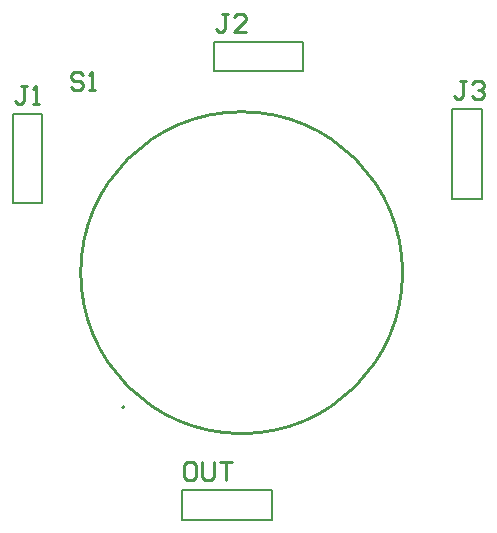
<source format=gbr>
%TF.GenerationSoftware,Altium Limited,Altium Designer,24.3.1 (35)*%
G04 Layer_Color=65535*
%FSLAX45Y45*%
%MOMM*%
%TF.SameCoordinates,E8A12EDD-E49B-488F-A359-F1DCA573E5E5*%
%TF.FilePolarity,Positive*%
%TF.FileFunction,Legend,Top*%
%TF.Part,Single*%
G01*
G75*
%TA.AperFunction,NonConductor*%
%ADD13C,0.25400*%
%ADD14C,0.20362*%
%ADD15C,0.12700*%
D13*
X6262500Y4911700D02*
G03*
X3537900Y4911700I-1362300J0D01*
G01*
D02*
G03*
X6262500Y4911700I1362300J0D01*
G01*
X3561047Y6581099D02*
X3535655Y6606491D01*
X3484872D01*
X3459480Y6581099D01*
Y6555707D01*
X3484872Y6530315D01*
X3535655D01*
X3561047Y6504923D01*
Y6479532D01*
X3535655Y6454140D01*
X3484872D01*
X3459480Y6479532D01*
X3611831Y6454140D02*
X3662614D01*
X3637223D01*
Y6606491D01*
X3611831Y6581099D01*
X4490695Y3307031D02*
X4439912D01*
X4414520Y3281639D01*
Y3180072D01*
X4439912Y3154680D01*
X4490695D01*
X4516087Y3180072D01*
Y3281639D01*
X4490695Y3307031D01*
X4566871D02*
Y3180072D01*
X4592263Y3154680D01*
X4643046D01*
X4668438Y3180072D01*
Y3307031D01*
X4719221D02*
X4820789D01*
X4770005D01*
Y3154680D01*
X6802087Y6532831D02*
X6751303D01*
X6776695D01*
Y6405872D01*
X6751303Y6380480D01*
X6725912D01*
X6700520Y6405872D01*
X6852871Y6507439D02*
X6878263Y6532831D01*
X6929046D01*
X6954438Y6507439D01*
Y6482047D01*
X6929046Y6456655D01*
X6903654D01*
X6929046D01*
X6954438Y6431263D01*
Y6405872D01*
X6929046Y6380480D01*
X6878263D01*
X6852871Y6405872D01*
X4782787Y7104331D02*
X4732003D01*
X4757395D01*
Y6977372D01*
X4732003Y6951980D01*
X4706612D01*
X4681220Y6977372D01*
X4935138Y6951980D02*
X4833571D01*
X4935138Y7053547D01*
Y7078939D01*
X4909746Y7104331D01*
X4858963D01*
X4833571Y7078939D01*
X3080987Y6494731D02*
X3030203D01*
X3055595D01*
Y6367772D01*
X3030203Y6342380D01*
X3004812D01*
X2979420Y6367772D01*
X3131771Y6342380D02*
X3182554D01*
X3157163D01*
Y6494731D01*
X3131771Y6469339D01*
D14*
X3888100Y3771400D02*
G03*
X3908500Y3771400I10200J0D01*
G01*
D02*
G03*
X3888100Y3771400I-10200J0D01*
G01*
D15*
X4396200Y3071400D02*
X5154200D01*
X4396200Y2821400D02*
X5154200D01*
X4396200D02*
Y3071400D01*
X5154200Y2821400D02*
Y3071400D01*
X6682200Y5539200D02*
Y6297200D01*
X6932200Y5539200D02*
Y6297200D01*
X6682200Y5539200D02*
X6932200D01*
X6682200Y6297200D02*
X6932200D01*
X4662900Y6618700D02*
X5420900D01*
X4662900Y6868700D02*
X5420900D01*
Y6618700D02*
Y6868700D01*
X4662900Y6618700D02*
Y6868700D01*
X3211100Y5501100D02*
Y6259100D01*
X2961100Y5501100D02*
Y6259100D01*
X3211100D01*
X2961100Y5501100D02*
X3211100D01*
%TF.MD5,84e8ec59b7b5ebee88c3e8b2114ae24a*%
M02*

</source>
